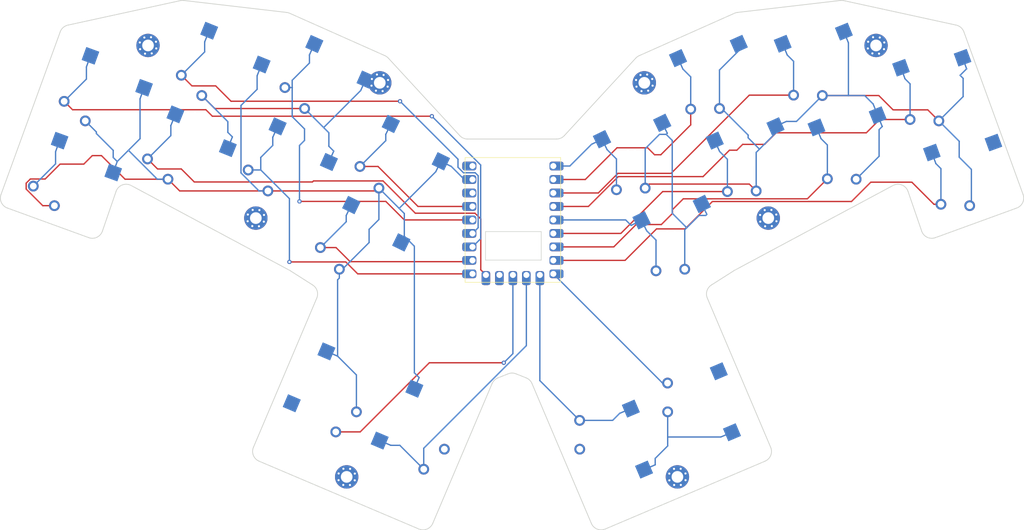
<source format=kicad_pcb>
(kicad_pcb (version 20241229) (generator "pcbnew") (generator_version "9.0")
  (title_block (title "chouchou_mini_choc") (rev "v1.0.0") (company "Unknown"))
  (layers (0 "F.Cu" signal) (2 "B.Cu" signal) (13 "F.Paste" user) (15 "B.Paste" user) (5 "F.SilkS" user "F.Silkscreen") (7 "B.SilkS" user "B.Silkscreen") (1 "F.Mask" user) (3 "B.Mask" user) (25 "Edge.Cuts" user))
  (net 0 "")
  (net 1 "GP12")
  (net 2 "GND")
  (net 3 "GP26")
  (net 4 "GP13")
  (net 5 "GP27")
  (net 6 "GP14")
  (net 7 "GP28")
  (net 8 "GP15")
  (net 9 "GP29")
  (net 10 "GP11")
  (net 11 "GP10")
  (net 12 "GP7")
  (net 13 "GP3")
  (net 14 "GP6")
  (net 15 "GP2")
  (net 16 "GP5")
  (net 17 "GP1")
  (net 18 "GP4")
  (net 19 "GP0")
  (net 20 "GP8")
  (net 21 "GP9")
  (net 22 "P5V")
  (net 23 "P3V3")
  (footprint "PG1350" (layer "F.Cu") (at 183.4349 131.6878 22)
    (property "Reference" "S13" (hide yes))
    (property "Value" "" (hide yes))
  )
  (footprint "PG1350" (layer "F.Cu") (at 58.1851 131.6878 158)
    (property "Reference" "S23" (hide yes))
    (property "Value" "" (hide yes))
  )
  (footprint "PG1350" (layer "F.Cu") (at 42.4169 120.6278 160)
    (property "Reference" "S22" (hide yes))
    (property "Value" "" (hide yes))
  )
  (footprint "PG1350" (layer "F.Cu") (at 84.1255 118.4518 -24)
    (property "Reference" "S6" (hide yes))
    (property "Value" "" (hide yes))
  )
  (footprint "PG1350" (layer "F.Cu") (at 77.211 133.9821 -24)
    (property "Reference" "S5" (hide yes))
    (property "Value" "" (hide yes))
  )
  (footprint "PG1350" (layer "F.Cu") (at 36.6025 136.6025 160)
    (property "Reference" "S21" (hide yes))
    (property "Value" "" (hide yes))
  )
  (footprint "PG1350" (layer "F.Cu") (at 177.0666 115.9257 -158)
    (property "Reference" "S34" (hide yes))
    (property "Value" "" (hide yes))
  )
  (footprint "PG1350" (layer "F.Cu") (at 86.0563 178.6869 67)
    (property "Reference" "S9" (hide yes))
    (property "Value" "" (hide yes))
  )
  (footprint "PG1350" (layer "F.Cu") (at 90.8577 148.8151 -26)
    (property "Reference" "S7" (hide yes))
    (property "Value" "" (hide yes))
  )
  (footprint "PG1350" (layer "F.Cu") (at 205.0175 136.6025 20)
    (property "Reference" "S11" (hide yes))
    (property "Value" "" (hide yes))
  )
  (footprint "PG1350" (layer "F.Cu") (at 102.6253 185.7201 67)
    (property "Reference" "S10" (hide yes))
    (property "Value" "" (hide yes))
  )
  (footprint "PG1350" (layer "F.Cu") (at 157.4945 118.4518 24)
    (property "Reference" "S16" (hide yes))
    (property "Value" "" (hide yes))
  )
  (footprint "PG1350" (layer "F.Cu") (at 143.31 133.5356 26)
    (property "Reference" "S18" (hide yes))
    (property "Value" "" (hide yes))
  )
  (footprint "PG1350" (layer "F.Cu") (at 77.211 133.9821 156)
    (property "Reference" "S25" (hide yes))
    (property "Value" "" (hide yes))
  )
  (footprint "PG1350" (layer "F.Cu") (at 164.409 133.9821 -156)
    (property "Reference" "S35" (hide yes))
    (property "Value" "" (hide yes))
  )
  (footprint "PG1350" (layer "F.Cu") (at 98.31 133.5356 -26)
    (property "Reference" "S8" (hide yes))
    (property "Value" "" (hide yes))
  )
  (footprint "PG1350" (layer "F.Cu") (at 143.31 133.5356 -154)
    (property "Reference" "S38" (hide yes))
    (property "Value" "" (hide yes))
  )
  (footprint "PG1350" (layer "F.Cu") (at 84.1255 118.4518 156)
    (property "Reference" "S26" (hide yes))
    (property "Value" "" (hide yes))
  )
  (footprint "PG1350" (layer "F.Cu") (at 155.5638 178.6869 -67)
    (property "Reference" "S19" (hide yes))
    (property "Value" "" (hide yes))
  )
  (footprint "PG1350" (layer "F.Cu") (at 199.2031 120.6278 20)
    (property "Reference" "S12" (hide yes))
    (property "Value" "" (hide yes))
  )
  (footprint "PG1350" (layer "F.Cu") (at 155.5638 178.6869 113)
    (property "Reference" "S39" (hide yes))
    (property "Value" "" (hide yes))
  )
  (footprint "PG1350" (layer "F.Cu") (at 98.31 133.5356 154)
    (property "Reference" "S28" (hide yes))
    (property "Value" "" (hide yes))
  )
  (footprint "PG1350" (layer "F.Cu") (at 42.4169 120.6278 -20)
    (property "Reference" "S2" (hide yes))
    (property "Value" "" (hide yes))
  )
  (footprint "PG1350" (layer "F.Cu") (at 138.9947 185.7201 113)
    (property "Reference" "S40" (hide yes))
    (property "Value" "" (hide yes))
  )
  (footprint "PG1350" (layer "F.Cu") (at 157.4945 118.4518 -156)
    (property "Reference" "S36" (hide yes))
    (property "Value" "" (hide yes))
  )
  (footprint "PG1350" (layer "F.Cu") (at 150.7623 148.8151 26)
    (property "Reference" "S17" (hide yes))
    (property "Value" "" (hide yes))
  )
  (footprint "MountingHole_2.2mm_M2_Pad_Via" (layer "F.Cu") (at 145.7342 119.002 26)
    (property "Reference" "_6" (hide yes))
    (property "Value" "")
  )
  (footprint "MountingHole_2.2mm_M2_Pad_Via" (layer "F.Cu") (at 189.3968 111.9589 20)
    (property "Reference" "_2" (hide yes))
    (property "Value" "")
  )
  (footprint "PG1350" (layer "F.Cu") (at 150.7623 148.8151 -154)
    (property "Reference" "S37" (hide yes))
    (property "Value" "" (hide yes))
  )
  (footprint "PG1350" (layer "F.Cu") (at 138.9947 185.7201 -67)
    (property "Reference" "S20" (hide yes))
    (property "Value" "" (hide yes))
  )
  (footprint "MountingHole_2.2mm_M2_Pad_Via" (layer "F.Cu") (at 95.8858 119.002 -26)
    (property "Reference" "_5" (hide yes))
    (property "Value" "")
  )
  (footprint "MountingHole_2.2mm_M2_Pad_Via" (layer "F.Cu") (at 72.5335 144.4879 -24)
    (property "Reference" "_3" (hide yes))
    (property "Value" "")
  )
  (footprint "PG1350" (layer "F.Cu") (at 58.1851 131.6878 -22)
    (property "Reference" "S3" (hide yes))
    (property "Value" "" (hide yes))
  )
  (footprint "PG1350" (layer "F.Cu") (at 86.0563 178.6869 -113)
    (property "Reference" "S29" (hide yes))
    (property "Value" "" (hide yes))
  )
  (footprint "MountingHole_2.2mm_M2_Pad_Via" (layer "F.Cu") (at 89.652 193.2495 67)
    (property "Reference" "_7" (hide yes))
    (property "Value" "")
  )
  (footprint "RP2040-Zero" (layer "F.Cu") (at 110.81 157.5356)
    (property "Reference" "RP2040Zero1")
    (property "Value" "")
    (fp_line (start 5 -5.13) (end 5 -10.5) (stroke (width 0.12)) (layer "Edge.Cuts"))
    (fp_line (start 5 -5.13) (end 15.5 -5.13) (stroke (width 0.12)) (layer "Edge.Cuts"))
    (fp_line (start 15.5 -10.5) (end 5 -10.5) (stroke (width 0.12)) (layer "Edge.Cuts"))
    (fp_line (start 15.5 -10.5) (end 15.5 -5.13) (stroke (width 0.12)) (layer "Edge.Cuts"))
  )
  (footprint "PG1350" (layer "F.Cu") (at 164.409 133.9821 24)
    (property "Reference" "S15" (hide yes))
    (property "Value" "" (hide yes))
  )
  (footprint "PG1350" (layer "F.Cu") (at 205.0175 136.6025 -160)
    (property "Reference" "S31" (hide yes))
    (property "Value" "" (hide yes))
  )
  (footprint "PG1350" (layer "F.Cu") (at 64.5534 115.9257 -22)
    (property "Reference" "S4" (hide yes))
    (property "Value" "" (hide yes))
  )
  (footprint "PG1350" (layer "F.Cu") (at 177.0666 115.9257 22)
    (property "Reference" "S14" (hide yes))
    (property "Value" "" (hide yes))
  )
  (footprint "PG1350" (layer "F.Cu") (at 183.4349 131.6878 -158)
    (property "Reference" "S33" (hide yes))
    (property "Value" "" (hide yes))
  )
  (footprint "PG1350" (layer "F.Cu") (at 90.8577 148.8151 154)
    (property "Reference" "S27" (hide yes))
    (property "Value" "" (hide yes))
  )
  (footprint "MountingHole_2.2mm_M2_Pad_Via" (layer "F.Cu") (at 151.968 193.2495 -67)
    (property "Reference" "_8" (hide yes))
    (property "Value" "")
  )
  (footprint "PG1350" (layer "F.Cu") (at 102.6253 185.7201 -113)
    (property "Reference" "S30" (hide yes))
    (property "Value" "" (hide yes))
  )
  (footprint "PG1350" (layer "F.Cu") (at 199.2031 120.6278 -160)
    (property "Reference" "S32" (hide yes))
    (property "Value" "" (hide yes))
  )
  (footprint "MountingHole_2.2mm_M2_Pad_Via" (layer "F.Cu") (at 169.0865 144.4879 24)
    (property "Reference" "_4" (hide yes))
    (property "Value" "")
  )
  (footprint "PG1350" (layer "F.Cu") (at 64.5534 115.9257 158)
    (property "Reference" "S24" (hide yes))
    (property "Value" "" (hide yes))
  )
  (footprint "PG1350" (layer "F.Cu") (at 36.6025 136.6025 -20)
    (property "Reference" "S1" (hide yes))
    (property "Value" "" (hide yes))
  )
  (footprint "MountingHole_2.2mm_M2_Pad_Via" (layer "F.Cu") (at 52.2232 111.9589 -20)
    (property "Reference" "_1" (hide yes))
    (property "Value" "")
  )
  (gr_arc (start 217.092694 140.029226) (mid 217.025924 141.558503) (end 215.897348 142.592652) (stroke (width 0.15)) (layer "Edge.Cuts"))
  (gr_arc (start 96.846693 113.880815) (mid 97.199252 114.082985) (end 97.503663 114.352252) (stroke (width 0.15)) (layer "Edge.Cuts"))
  (gr_line (start 97.503663 114.352252) (end 110.95996 128.947955) (stroke (width 0.15)) (layer "Edge.Cuts"))
  (gr_arc (start 25.722665 142.592651) (mid 24.59409 141.558503) (end 24.52732 140.029226) (stroke (width 0.15)) (layer "Edge.Cuts"))
  (gr_line (start 24.52732 140.029226) (end 35.676491 109.397131) (stroke (width 0.15)) (layer "Edge.Cuts"))
  (gr_arc (start 73.146295 190.289955) (mid 72.07339 189.198159) (end 72.086748 187.667484) (stroke (width 0.15)) (layer "Edge.Cuts"))
  (gr_line (start 157.60415 159.564249) (end 169.533265 187.667484) (stroke (width 0.15)) (layer "Edge.Cuts"))
  (gr_arc (start 117.049802 175.667647) (mid 117.493377 175.018313) (end 118.152994 174.590178) (stroke (width 0.15)) (layer "Edge.Cuts"))
  (gr_line (start 37.130148 108.127007) (end 58.296199 103.515833) (stroke (width 0.15)) (layer "Edge.Cuts"))
  (gr_arc (start 192.584891 138.347043) (mid 194.259616 138.248727) (end 195.420043 139.460246) (stroke (width 0.15)) (layer "Edge.Cuts"))
  (gr_arc (start 130.660053 128.947955) (mid 129.992322 129.424145) (end 129.18961 129.592301) (stroke (width 0.15)) (layer "Edge.Cuts"))
  (gr_arc (start 157.604151 159.564248) (mid 157.535403 158.188795) (end 158.372166 157.094982) (stroke (width 0.15)) (layer "Edge.Cuts"))
  (gr_line (start 78.912245 105.895884) (end 96.846694 113.880815) (stroke (width 0.15)) (layer "Edge.Cuts"))
  (gr_arc (start 83.247848 157.094981) (mid 84.084612 158.188795) (end 84.015863 159.564249) (stroke (width 0.15)) (layer "Edge.Cuts"))
  (gr_line (start 183.323814 103.515833) (end 204.489865 108.127007) (stroke (width 0.15)) (layer "Edge.Cuts"))
  (gr_arc (start 58.296199 103.515833) (mid 58.623214 103.472434) (end 58.952915 103.48338) (stroke (width 0.15)) (layer "Edge.Cuts"))
  (gr_arc (start 43.627947 146.942999) (mid 42.598067 148.097817) (end 41.05252 148.172263) (stroke (width 0.15)) (layer "Edge.Cuts"))
  (gr_line (start 72.086748 187.667484) (end 84.015863 159.564249) (stroke (width 0.15)) (layer "Edge.Cuts"))
  (gr_line (start 215.897348 142.592652) (end 200.567493 148.172263) (stroke (width 0.15)) (layer "Edge.Cuts"))
  (gr_arc (start 78.837822 154.298017) (mid 78.903144 154.334567) (end 78.967052 154.373536) (stroke (width 0.15)) (layer "Edge.Cuts"))
  (gr_line (start 78.837822 154.298017) (end 49.035121 138.347043) (stroke (width 0.15)) (layer "Edge.Cuts"))
  (gr_arc (start 35.676491 109.39713) (mid 36.239939 108.57508) (end 37.130148 108.127007) (stroke (width 0.15)) (layer "Edge.Cuts"))
  (gr_line (start 112.430403 129.592301) (end 129.18961 129.592301) (stroke (width 0.15)) (layer "Edge.Cuts"))
  (gr_line (start 117.049802 175.667647) (end 105.869276 202.007316) (stroke (width 0.15)) (layer "Edge.Cuts"))
  (gr_arc (start 112.430403 129.592301) (mid 111.627691 129.424145) (end 110.95996 128.947955) (stroke (width 0.15)) (layer "Edge.Cuts"))
  (gr_line (start 192.584892 138.347043) (end 162.782191 154.298017) (stroke (width 0.15)) (layer "Edge.Cuts"))
  (gr_arc (start 138.373209 203.066864) (mid 136.842533 203.080222) (end 135.750737 202.007316) (stroke (width 0.15)) (layer "Edge.Cuts"))
  (gr_arc (start 144.116349 114.352253) (mid 144.42076 114.082985) (end 144.773319 113.880815) (stroke (width 0.15)) (layer "Edge.Cuts"))
  (gr_arc (start 162.707768 105.895883) (mid 162.992955 105.794007) (end 163.290254 105.736358) (stroke (width 0.15)) (layer "Edge.Cuts"))
  (gr_line (start 58.952915 103.48338) (end 78.329759 105.736358) (stroke (width 0.15)) (layer "Edge.Cuts"))
  (gr_line (start 162.652961 154.373536) (end 158.372166 157.094982) (stroke (width 0.15)) (layer "Edge.Cuts"))
  (gr_line (start 41.05252 148.172263) (end 25.722665 142.592652) (stroke (width 0.15)) (layer "Edge.Cuts"))
  (gr_line (start 197.992066 146.942998) (end 195.420043 139.460246) (stroke (width 0.15)) (layer "Edge.Cuts"))
  (gr_line (start 73.146295 190.289956) (end 103.246804 203.066864) (stroke (width 0.15)) (layer "Edge.Cuts"))
  (gr_arc (start 162.652961 154.373536) (mid 162.716869 154.334567) (end 162.782191 154.298017) (stroke (width 0.15)) (layer "Edge.Cuts"))
  (gr_line (start 144.773319 113.880815) (end 162.707768 105.895884) (stroke (width 0.15)) (layer "Edge.Cuts"))
  (gr_arc (start 182.667098 103.48338) (mid 182.996799 103.472434) (end 183.323814 103.515833) (stroke (width 0.15)) (layer "Edge.Cuts"))
  (gr_arc (start 123.467019 174.590178) (mid 124.126635 175.018313) (end 124.570211 175.667647) (stroke (width 0.15)) (layer "Edge.Cuts"))
  (gr_line (start 120.072189 173.828442) (end 118.152994 174.590178) (stroke (width 0.15)) (layer "Edge.Cuts"))
  (gr_arc (start 46.19997 139.460247) (mid 47.360397 138.248729) (end 49.035121 138.347043) (stroke (width 0.15)) (layer "Edge.Cuts"))
  (gr_arc (start 105.869276 202.007316) (mid 104.77748 203.080222) (end 103.246804 203.066864) (stroke (width 0.15)) (layer "Edge.Cuts"))
  (gr_line (start 46.19997 139.460246) (end 43.627947 146.942998) (stroke (width 0.15)) (layer "Edge.Cuts"))
  (gr_line (start 130.660053 128.947955) (end 144.11635 114.352252) (stroke (width 0.15)) (layer "Edge.Cuts"))
  (gr_arc (start 78.329759 105.736359) (mid 78.627058 105.794008) (end 78.912245 105.895884) (stroke (width 0.15)) (layer "Edge.Cuts"))
  (gr_line (start 123.467019 174.590178) (end 121.547824 173.828442) (stroke (width 0.15)) (layer "Edge.Cuts"))
  (gr_arc (start 120.072189 173.828442) (mid 120.810006 173.687373) (end 121.547824 173.828442) (stroke (width 0.15)) (layer "Edge.Cuts"))
  (gr_line (start 205.943522 109.397131) (end 217.092693 140.029226) (stroke (width 0.15)) (layer "Edge.Cuts"))
  (gr_line (start 163.290254 105.736358) (end 182.667098 103.48338) (stroke (width 0.15)) (layer "Edge.Cuts"))
  (gr_line (start 135.750737 202.007316) (end 124.570211 175.667647) (stroke (width 0.15)) (layer "Edge.Cuts"))
  (gr_line (start 138.373209 203.066864) (end 168.473718 190.289956) (stroke (width 0.15)) (layer "Edge.Cuts"))
  (gr_arc (start 204.489865 108.127008) (mid 205.380074 108.575081) (end 205.943522 109.397131) (stroke (width 0.15)) (layer "Edge.Cuts"))
  (gr_line (start 83.247847 157.094982) (end 78.967052 154.373536) (stroke (width 0.15)) (layer "Edge.Cuts"))
  (gr_arc (start 169.533266 187.667484) (mid 169.546624 189.19816) (end 168.473718 190.289956) (stroke (width 0.15)) (layer "Edge.Cuts"))
  (gr_arc (start 200.567492 148.172263) (mid 199.021945 148.097817) (end 197.992066 146.942998) (stroke (width 0.15)) (layer "Edge.Cuts"))
  (segment (start 30.6044 138.4632) (end 34.8012 134.2664) (width 0.25) (layer "B.Cu") (net 1))
  (segment (start 35.56 129.8912) (end 34.8012 131.9762) (width 0.25) (layer "B.Cu") (net 1))
  (segment (start 34.8012 134.2664) (end 34.8012 131.9762) (width 0.25) (layer "B.Cu") (net 1))
  (segment (start 192.6087 124.0959) (end 189.9089 121.3961) (width 0.25) (layer "F.Cu") (net 2))
  (segment (start 146.6592 138.0757) (end 165.5124 138.0757) (width 0.25) (layer "F.Cu") (net 2))
  (segment (start 30.0482 137.1205) (end 32.8442 137.1205) (width 0.25) (layer "F.Cu") (net 2))
  (segment (start 40.1241 134.3113) (end 41.7233 132.7121) (width 0.25) (layer "F.Cu") (net 2))
  (segment (start 145.8964 138.8385) (end 146.6592 138.0757) (width 0.25) (layer "F.Cu") (net 2))
  (segment (start 34.5846 142.1467) (end 32.389 142.1467) (width 0.25) (layer "F.Cu") (net 2))
  (segment (start 35.6534 134.3113) (end 40.1241 134.3113) (width 0.25) (layer "F.Cu") (net 2))
  (segment (start 189.9089 121.3961) (end 179.2768 121.3961) (width 0.25) (layer "F.Cu") (net 2))
  (segment (start 95.1901 139.372) (end 95.7236 138.8385) (width 0.25) (layer "F.Cu") (net 2))
  (segment (start 81.7258 123.8417) (end 64.7888 123.8417) (width 0.25) (layer "F.Cu") (net 2))
  (segment (start 58.1887 139.372) (end 55.9749 137.1582) (width 0.25) (layer "F.Cu") (net 2))
  (segment (start 32.389 142.1467) (end 29.2617 139.0194) (width 0.25) (layer "F.Cu") (net 2))
  (segment (start 29.2617 139.0194) (end 29.2617 137.907) (width 0.25) (layer "F.Cu") (net 2))
  (segment (start 43.4438 132.7121) (end 47.8899 137.1582) (width 0.25) (layer "F.Cu") (net 2))
  (segment (start 201.221 126.172) (end 199.1449 124.0959) (width 0.25) (layer "F.Cu") (net 2))
  (segment (start 41.7233 132.7121) (end 43.4438 132.7121) (width 0.25) (layer "F.Cu") (net 2))
  (segment (start 64.7888 123.8417) (end 62.3432 121.3961) (width 0.25) (layer "F.Cu") (net 2))
  (segment (start 199.1449 124.0959) (end 192.6087 124.0959) (width 0.25) (layer "F.Cu") (net 2))
  (segment (start 32.8442 137.1205) (end 35.6534 134.3113) (width 0.25) (layer "F.Cu") (net 2))
  (segment (start 29.2617 137.907) (end 30.0482 137.1205) (width 0.25) (layer "F.Cu") (net 2))
  (segment (start 47.8899 137.1582) (end 55.9749 137.1582) (width 0.25) (layer "F.Cu") (net 2))
  (segment (start 74.8113 139.372) (end 95.1901 139.372) (width 0.25) (layer "F.Cu") (net 2))
  (segment (start 74.8113 139.372) (end 58.1887 139.372) (width 0.25) (layer "F.Cu") (net 2))
  (segment (start 165.5124 138.0757) (end 166.8087 139.372) (width 0.25) (layer "F.Cu") (net 2))
  (segment (start 184.1899 121.3961) (end 179.2768 121.3961) (width 0.25) (layer "B.Cu") (net 2))
  (segment (start 102.4067 176.6377) (end 103.2991 174.5353) (width 0.25) (layer "B.Cu") (net 2))
  (segment (start 48.5673 131.752) (end 53.9735 137.1582) (width 0.25) (layer "B.Cu") (net 2))
  (segment (start 111.8212 137.2156) (end 113.35 137.2156) (width 0.25) (layer "B.Cu") (net 2))
  (segment (start 189.9662 132.8371) (end 185.6451 137.1582) (width 0.25) (layer "B.Cu") (net 2))
  (segment (start 184.1899 121.3961) (end 184.1899 111.4666) (width 0.25) (layer "B.Cu") (net 2))
  (segment (start 157.3049 143.9923) (end 156.0451 143.9923) (width 0.25) (layer "B.Cu") (net 2))
  (segment (start 149.8526 128.7128) (end 150.9905 129.8507) (width 0.25) (layer "B.Cu") (net 2))
  (segment (start 81.7258 123.8417) (end 85.3136 127.4295) (width 0.25) (layer "B.Cu") (net 2))
  (segment (start 67.2623 126.3152) (end 67.2623 128.3375) (width 0.25) (layer "B.Cu") (net 2))
  (segment (start 46.4199 133.8238) (end 46.4198 133.8238) (width 0.25) (layer "B.Cu") (net 2))
  (segment (start 188.8471 122.9933) (end 187.2499 121.3961) (width 0.25) (layer "B.Cu") (net 2))
  (segment (start 159.8942 116.5863) (end 159.8942 123.8417) (width 0.25) (layer "B.Cu") (net 2))
  (segment (start 67.2623 131.3107) (end 68.1179 129.193) (width 0.25) (layer "B.Cu") (net 2))
  (segment (start 95.7236 144.7526) (end 95.7236 138.8385) (width 0.25) (layer "B.Cu") (net 2))
  (segment (start 147.7823 190.9796) (end 147.7823 189.7696) (width 0.25) (layer "B.Cu") (net 2))
  (segment (start 187.2499 121.3961) (end 184.1899 121.3961) (width 0.25) (layer "B.Cu") (net 2))
  (segment (start 170.4433 128.482) (end 167.4279 131.4974) (width 0.25) (layer "B.Cu") (net 2))
  (segment (start 189.7026 125.111) (end 188.847 122.9933) (width 0.25) (layer "B.Cu") (net 2))
  (segment (start 165.2899 128.837) (end 165.2899 129.3595) (width 0.25) (layer "B.Cu") (net 2))
  (segment (start 183.3343 109.3489) (end 184.1899 111.4666) (width 0.25) (layer "B.Cu") (net 2))
  (segment (start 150.1328 187.4191) (end 150.1328 185.7312) (width 0.25) (layer "B.Cu") (net 2))
  (segment (start 109.357 134.7514) (end 111.8212 137.2156) (width 0.25) (layer "B.Cu") (net 2))
  (segment (start 166.8087 132.1166) (end 166.8087 139.372) (width 0.25) (layer "B.Cu") (net 2))
  (segment (start 205.229 117.5851) (end 206.4553 116.3588) (width 0.25) (layer "B.Cu") (net 2))
  (segment (start 87.9401 170.4969) (end 91.4873 174.0441) (width 0.25) (layer "B.Cu") (net 2))
  (segment (start 201.221 126.172) (end 205.799 121.594) (width 0.25) (layer "B.Cu") (net 2))
  (segment (start 156.0451 143.9923) (end 153.7279 146.3095) (width 0.25) (layer "B.Cu") (net 2))
  (segment (start 167.4279 131.4974) (end 166.8087 132.1166) (width 0.25) (layer "B.Cu") (net 2))
  (segment (start 206.4553 116.3588) (end 206.4554 116.3588) (width 0.25) (layer "B.Cu") (net 2))
  (segment (start 67.2623 128.3375) (end 68.1178 129.193) (width 0.25) (layer "B.Cu") (net 2))
  (segment (start 190.5581 127.2287) (end 189.9662 127.8206) (width 0.25) (layer "B.Cu") (net 2))
  (segment (start 91.4873 174.0441) (end 91.4873 180.9922) (width 0.25) (layer "B.Cu") (net 2))
  (segment (start 150.9905 129.8507) (end 150.9905 143.5721) (width 0.25) (layer "B.Cu") (net 2))
  (segment (start 205.6965 114.2737) (end 206.4554 116.3588) (width 0.25) (layer "B.Cu") (net 2))
  (segment (start 99.538 142.6528) (end 100.5122 143.6271) (width 0.25) (layer "B.Cu") (net 2))
  (segment (start 156.5559 141.8171) (end 157.5146 143.7826) (width 0.25) (layer "B.Cu") (net 2))
  (segment (start 99.538 142.6528) (end 106.4327 135.7581) (width 0.25) (layer "B.Cu") (net 2))
  (segment (start 88.2713 155.7827) (end 87.9401 156.1139) (width 0.25) (layer "B.Cu") (net 2))
  (segment (start 170.4433 127.1906) (end 170.4433 128.482) (width 0.25) (layer "B.Cu") (net 2))
  (segment (start 86.2959 128.4118) (end 86.2959 130.95) (width 0.25) (layer "B.Cu") (net 2))
  (segment (start 45.661 131.7252) (end 42.4941 128.5583) (width 0.25) (layer "B.Cu") (net 2))
  (segment (start 150.9905 143.5721) (end 153.7279 146.3095) (width 0.25) (layer "B.Cu") (net 2))
  (segment (start 87.9401 156.1139) (end 87.9401 170.4968) (width 0.25) (layer "B.Cu") (net 2))
  (segment (start 145.6799 191.872) (end 147.7823 190.9796) (width 0.25) (layer "B.Cu") (net 2))
  (segment (start 93.8747 149.0983) (end 93.8747 146.6015) (width 0.25) (layer "B.Cu") (net 2))
  (segment (start 189.9662 127.8206) (end 189.9662 132.8371) (width 0.25) (layer "B.Cu") (net 2))
  (segment (start 45.661 133.065) (end 45.661 131.7252) (width 0.25) (layer "B.Cu") (net 2))
  (segment (start 102.4067 173.6429) (end 102.4067 149.7917) (width 0.25) (layer "B.Cu") (net 2))
  (segment (start 205.799 118.1552) (end 205.229 117.5851) (width 0.25) (layer "B.Cu") (net 2))
  (segment (start 205.0592 133.0138) (end 205.0592 130.0102) (width 0.25) (layer "B.Cu") (net 2))
  (segment (start 68.1178 129.193) (end 68.1179 129.193) (width 0.25) (layer "B.Cu") (net 2))
  (segment (start 69.739 123.2597) (end 69.739 135.9782) (width 0.25) (layer "B.Cu") (net 2))
  (segment (start 48.5673 131.752) (end 48.4917 131.752) (width 0.25) (layer "B.Cu") (net 2))
  (segment (start 205.799 121.594) (end 205.799 118.1552) (width 0.25) (layer "B.Cu") (net 2))
  (segment (start 92.2948 120.4483) (end 85.3136 127.4295) (width 0.25) (layer "B.Cu") (net 2))
  (segment (start 207.0354 142.1467) (end 207.3587 141.8234) (width 0.25) (layer "B.Cu") (net 2))
  (segment (start 174.3979 126.275) (end 179.2768 121.3961) (width 0.25) (layer "B.Cu") (net 2))
  (segment (start 149.1036 126.5376) (end 150.0623 128.5031) (width 0.25) (layer "B.Cu") (net 2))
  (segment (start 100.5122 143.6271) (end 100.5122 147.8972) (width 0.25) (layer "B.Cu") (net 2))
  (segment (start 149.8526 128.7128) (end 148.5928 128.7128) (width 0.25) (layer "B.Cu") (net 2))
  (segment (start 42.4941 128.2671) (end 40.399 126.172) (width 0.25) (layer "B.Cu") (net 2))
  (segment (start 73.1328 139.372) (end 74.8113 139.372) (width 0.25) (layer "B.Cu") (net 2))
  (segment (start 160.2946 123.8417) (end 165.2899 128.837) (width 0.25) (layer "B.Cu") (net 2))
  (segment (start 95.7236 138.8385) (end 99.538 142.6528) (width 0.25) (layer "B.Cu") (net 2))
  (segment (start 53.9735 137.1582) (end 55.9749 137.1582) (width 0.25) (layer "B.Cu") (net 2))
  (segment (start 102.4067 149.7917) (end 100.5122 147.8972) (width 0.25) (layer "B.Cu") (net 2))
  (segment (start 153.3487 146.6887) (end 153.3487 154.118) (width 0.25) (layer "B.Cu") (net 2))
  (segment (start 107.3914 133.7926) (end 106.4327 135.7581) (width 0.25) (layer "B.Cu") (net 2))
  (segment (start 51.4754 119.9342) (end 50.7166 122.0192) (width 0.25) (layer "B.Cu") (net 2))
  (segment (start 150.1328 185.7312) (end 150.1328 180.9922) (width 0.25) (layer "B.Cu") (net 2))
  (segment (start 153.7279 146.3095) (end 153.3487 146.6887) (width 0.25) (layer "B.Cu") (net 2))
  (segment (start 159.8942 123.8417) (end 160.2946 123.8417) (width 0.25) (layer "B.Cu") (net 2))
  (segment (start 145.8964 131.4092) (end 145.8964 138.8385) (width 0.25) (layer "B.Cu") (net 2))
  (segment (start 42.4941 128.5583) (end 42.4941 128.2671) (width 0.25) (layer "B.Cu") (net 2))
  (segment (start 207.3587 135.3133) (end 205.0592 133.0138) (width 0.25) (layer "B.Cu") (net 2))
  (segment (start 207.3587 141.8234) (end 207.3587 135.3133) (width 0.25) (layer "B.Cu") (net 2))
  (segment (start 189.7026 125.111) (end 190.5582 127.2287) (width 0.25) (layer "B.Cu") (net 2))
  (segment (start 72.775 117.6664) (end 72.775 120.2237) (width 0.25) (layer "B.Cu") (net 2))
  (segment (start 165.2899 129.3595) (end 167.4279 131.4974) (width 0.25) (layer "B.Cu") (net 2))
  (segment (start 86.2959 133.9221) (end 87.2115 131.8656) (width 0.25) (layer "B.Cu") (net 2))
  (segment (start 188.847 122.9933) (end 188.8471 122.9933) (width 0.25) (layer "B.Cu") (net 2))
  (segment (start 163.5288 112.9517) (end 159.8942 116.5863) (width 0.25) (layer "B.Cu") (net 2))
  (segment (start 148.5928 128.7128) (end 145.8964 131.4092) (width 0.25) (layer "B.Cu") (net 2))
  (segment (start 93.2104 118.3918) (end 92.2948 120.4483) (width 0.25) (layer "B.Cu") (net 2))
  (segment (start 88.855 154.118) (end 93.8747 149.0983) (width 0.25) (layer "B.Cu") (net 2))
  (segment (start 190.5582 127.2287) (end 190.5581 127.2287) (width 0.25) (layer "B.Cu") (net 2))
  (segment (start 163.5288 111.6603) (end 163.5288 112.9517) (width 0.25) (layer "B.Cu") (net 2))
  (segment (start 150.0623 128.5031) (end 149.8526 128.7128) (width 0.25) (layer "B.Cu") (net 2))
  (segment (start 48.5673 131.6764) (end 48.5673 131.752) (width 0.25) (layer "B.Cu") (net 2))
  (segment (start 69.739 135.9782) (end 73.1328 139.372) (width 0.25) (layer "B.Cu") (net 2))
  (segment (start 172.4999 126.275) (end 174.3979 126.275) (width 0.25) (layer "B.Cu") (net 2))
  (segment (start 170.4433 127.1906) (end 172.4999 126.275) (width 0.25) (layer "B.Cu") (net 2))
  (segment (start 50.7166 129.5271) (end 48.5673 131.6764) (width 0.25) (layer "B.Cu") (net 2))
  (segment (start 72.775 120.2237) (end 69.739 123.2597) (width 0.25) (layer "B.Cu") (net 2))
  (segment (start 93.8747 146.6015) (end 95.7236 144.7526) (width 0.25) (layer "B.Cu") (net 2))
  (segment (start 85.3136 127.4295) (end 86.2959 128.4118) (width 0.25) (layer "B.Cu") (net 2))
  (segment (start 73.6306 115.5486) (end 72.775 117.6664) (width 0.25) (layer "B.Cu") (net 2))
  (segment (start 205.0592 130.0102) (end 201.221 126.172) (width 0.25) (layer "B.Cu") (net 2))
  (segment (start 46.4198 133.8238) (end 45.661 133.065) (width 0.25) (layer "B.Cu") (net 2))
  (segment (start 88.2713 154.118) (end 88.855 154.118) (width 0.25) (layer "B.Cu") (net 2))
  (segment (start 160.1466 185.7312) (end 150.1328 185.7312) (width 0.25) (layer "B.Cu") (net 2))
  (segment (start 50.7166 122.0192) (end 50.7166 129.5271) (width 0.25) (layer "B.Cu") (net 2))
  (segment (start 86.2959 130.95) (end 87.2115 131.8656) (width 0.25) (layer "B.Cu") (net 2))
  (segment (start 157.5146 143.7826) (end 157.3049 143.9923) (width 0.25) (layer "B.Cu") (net 2))
  (segment (start 147.7823 189.7696) (end 150.1328 187.4191) (width 0.25) (layer "B.Cu") (net 2))
  (segment (start 107.3914 133.7926) (end 109.357 134.7514) (width 0.25) (layer "B.Cu") (net 2))
  (segment (start 99.9391 149.0721) (end 100.5122 147.8972) (width 0.25) (layer "B.Cu") (net 2))
  (segment (start 103.2991 174.5353) (end 102.4067 173.6429) (width 0.25) (layer "B.Cu") (net 2))
  (segment (start 87.9401 170.4968) (end 87.9401 170.4969) (width 0.25) (layer "B.Cu") (net 2))
  (segment (start 48.4917 131.752) (end 46.4199 133.8238) (width 0.25) (layer "B.Cu") (net 2))
  (segment (start 88.2713 154.118) (end 88.2713 155.7827) (width 0.25) (layer "B.Cu") (net 2))
  (segment (start 62.3432 121.3961) (end 67.2623 126.3152) (width 0.25) (layer "B.Cu") (net 2))
  (segment (start 162.249 184.8388) (end 160.1466 185.7312) (width 0.25) (layer "B.Cu") (net 2))
  (segment (start 45.661 135.9089) (end 46.4199 133.8238) (width 0.25) (layer "B.Cu") (net 2))
  (segment (start 85.8377 169.6045) (end 87.9401 170.4968) (width 0.25) (layer "B.Cu") (net 2))
  (segment (start 64.3425 125.2921) (end 105.7036 125.2921) (width 0.25) (layer "F.Cu") (net 3))
  (segment (start 38.0014 124.0711) (end 63.1215 124.0711) (width 0.25) (layer "F.Cu") (net 3))
  (segment (start 63.1215 124.0711) (end 64.3425 125.2921) (width 0.25) (layer "F.Cu") (net 3))
  (segment (start 36.4188 122.4885) (end 38.0014 124.0711) (width 0.25) (layer "F.Cu") (net 3))
  (via (at 105.7036 125.2921) (size 0.8) (drill 0.4) (layers "F.Cu" "B.Cu") (net 3))
  (segment (start 40.6156 118.2917) (end 40.6156 116.0015) (width 0.25) (layer "B.Cu") (net 3))
  (segment (start 114.8935 148.3721) (end 113.35 149.9156) (width 0.25) (layer "B.Cu") (net 3))
  (segment (start 41.3744 113.9165) (end 40.6156 116.0015) (width 0.25) (layer "B.Cu") (net 3))
  (segment (start 36.4188 122.4885) (end 40.6156 118.2917) (width 0.25) (layer "B.Cu") (net 3))
  (segment (start 114.8935 134.482) (end 114.8935 148.3721) (width 0.25) (layer "B.Cu") (net 3))
  (segment (start 105.7036 125.2921) (end 114.8935 134.482) (width 0.25) (layer "B.Cu") (net 3))
  (segment (start 60.9416 137.6824) (end 58.4883 135.2291) (width 0.25) (layer "F.Cu") (net 4))
  (segment (start 115.89 155.2056) (end 114.9177 154.2333) (width 0.25) (layer "F.Cu") (net 4))
  (segment (start 83.4003 137.4848) (end 83.2027 137.6824) (width 0.25) (layer "F.Cu") (net 4))
  (segment (start 54.0167 135.2291) (end 52.1257 133.3381) (width 0.25) (layer "F.Cu") (net 4))
  (segment (start 114.9177 154.2333) (end 114.9177 144.6574) (width 0.25) (layer "F.Cu") (net 4))
  (segment (start 113.8259 143.5656) (end 102.5841 143.5656) (width 0.25) (layer "F.Cu") (net 4))
  (segment (start 83.2027 137.6824) (end 60.9416 137.6824) (width 0.25) (layer "F.Cu") (net 4))
  (segment (start 96.5033 137.4848) (end 83.4003 137.4848) (width 0.25) (layer "F.Cu") (net 4))
  (segment (start 102.5841 143.5656) (end 96.5033 137.4848) (width 0.25) (layer "F.Cu") (net 4))
  (segment (start 58.4883 135.2291) (end 54.0167 135.2291) (width 0.25) (layer "F.Cu") (net 4))
  (segment (start 114.9177 144.6574) (end 113.8259 143.5656) (width 0.25) (layer "F.Cu") (net 4))
  (segment (start 52.1257 133.3381) (end 56.522 128.9418) (width 0.25) (layer "B.Cu") (net 4))
  (segment (start 57.3775 124.9442) (end 56.5219 127.0619) (width 0.25) (layer "B.Cu") (net 4))
  (segment (start 56.522 127.0619) (end 56.5219 127.0619) (width 0.25) (layer "B.Cu") (net 4))
  (segment (start 56.522 128.9418) (end 56.522 127.0619) (width 0.25) (layer "B.Cu") (net 4))
  (segment (start 99.7068 122.4704) (end 67.86 122.4704) (width 0.25) (layer "F.Cu") (net 5))
  (segment (start 67.86 122.4704) (end 64.9685 119.5789) (width 0.25) (layer "F.Cu") (net 5))
  (segment (start 60.4969 119.5789) (end 58.494 117.576) (width 0.25) (layer "F.Cu") (net 5))
  (segment (start 64.9685 119.5789) (end 60.4969 119.5789) (width 0.25) (layer "F.Cu") (net 5))
  (via (at 99.7068 122.4704) (size 0.8) (drill 0.4) (layers "F.Cu" "B.Cu") (net 5))
  (segment (start 111.6606 135.9456) (end 110.6248 134.9098) (width 0.25) (layer "B.Cu") (net 5))
  (segment (start 62.8903 111.2998) (end 62.8902 111.2998) (width 0.25) (layer "B.Cu") (net 5))
  (segment (start 63.7458 109.1821) (end 62.8902 111.2998) (width 0.25) (layer "B.Cu") (net 5))
  (segment (start 114.4213 146.3043) (end 114.4213 136.5018) (width 0.25) (layer "B.Cu") (net 5))
  (segment (start 62.8903 113.1797) (end 62.8903 111.2998) (width 0.25) (layer "B.Cu") (net 5))
  (segment (start 113.35 147.3756) (end 114.4213 146.3043) (width 0.25) (layer "B.Cu") (net 5))
  (segment (start 113.8651 135.9456) (end 111.6606 135.9456) (width 0.25) (layer "B.Cu") (net 5))
  (segment (start 110.6248 133.3884) (end 99.7068 122.4704) (width 0.25) (layer "B.Cu") (net 5))
  (segment (start 114.4213 136.5018) (end 113.8651 135.9456) (width 0.25) (layer "B.Cu") (net 5))
  (segment (start 58.494 117.576) (end 62.8903 113.1797) (width 0.25) (layer "B.Cu") (net 5))
  (segment (start 110.6248 134.9098) (end 110.6248 133.3884) (width 0.25) (layer "B.Cu") (net 5))
  (segment (start 113.35 154.9956) (end 91.7322 154.9956) (width 0.25) (layer "F.Cu") (net 6))
  (segment (start 89.4854 152.7488) (end 78.8656 152.7488) (width 0.25) (layer "F.Cu") (net 6))
  (segment (start 91.7322 154.9956) (end 89.4854 152.7488) (width 0.25) (layer "F.Cu") (net 6))
  (via (at 78.8656 152.7488) (size 0.8) (drill 0.4) (layers "F.Cu" "B.Cu") (net 6))
  (segment (start 75.7237 129.271) (end 75.7237 130.7939) (width 0.25) (layer "B.Cu") (net 6))
  (segment (start 75.7236 129.2709) (end 75.7237 129.271) (width 0.25) (layer "B.Cu") (net 6))
  (segment (start 73.4619 133.0557) (end 73.4619 135.4199) (width 0.25) (layer "B.Cu") (net 6))
  (segment (start 78.8656 140.8236) (end 78.8656 152.7488) (width 0.25) (layer "B.Cu") (net 6))
  (segment (start 73.4619 135.4199) (end 71.0977 135.4199) (width 0.25) (layer "B.Cu") (net 6))
  (segment (start 73.4619 135.4199) (end 78.8656 140.8236) (width 0.25) (layer "B.Cu") (net 6))
  (segment (start 76.6392 127.2144) (end 75.7236 129.2709) (width 0.25) (layer "B.Cu") (net 6))
  (segment (start 75.7237 130.7939) (end 73.4619 133.0557) (width 0.25) (layer "B.Cu") (net 6))
  (segment (start 100.514 144.8356) (end 97.0231 141.3447) (width 0.25) (layer "F.Cu") (net 7))
  (segment (start 113.35 144.8356) (end 100.514 144.8356) (width 0.25) (layer "F.Cu") (net 7))
  (segment (start 97.0231 141.3447) (end 80.7607 141.3447) (width 0.25) (layer "F.Cu") (net 7))
  (via (at 80.7607 141.3447) (size 0.8) (drill 0.4) (layers "F.Cu" "B.Cu") (net 7))
  (segment (start 79.3857 125.3641) (end 81.7078 127.6862) (width 0.25) (layer "B.Cu") (net 7))
  (segment (start 82.6382 115.2636) (end 79.3857 118.5161) (width 0.25) (layer "B.Cu") (net 7))
  (segment (start 82.6381 113.7406) (end 82.6382 113.7407) (width 0.25) (layer "B.Cu") (net 7))
  (segment (start 79.3857 119.8896) (end 78.0122 119.8896) (width 0.25) (layer "B.Cu") (net 7))
  (segment (start 79.3857 118.5161) (end 79.3857 119.8896) (width 0.25) (layer "B.Cu") (net 7))
  (segment (start 81.7078 129.855) (end 80.7607 130.8021) (width 0.25) (layer "B.Cu") (net 7))
  (segment (start 79.3857 119.8896) (end 79.3857 125.3641) (width 0.25) (layer "B.Cu") (net 7))
  (segment (start 83.5537 111.6841) (end 82.6381 113.7406) (width 0.25) (layer "B.Cu") (net 7))
  (segment (start 80.7607 130.8021) (end 80.7607 141.3447) (width 0.25) (layer "B.Cu") (net 7))
  (segment (start 82.6382 113.7407) (end 82.6382 115.2636) (width 0.25) (layer "B.Cu") (net 7))
  (segment (start 81.7078 127.6862) (end 81.7078 129.855) (width 0.25) (layer "B.Cu") (net 7))
  (segment (start 87.6393 150.0387) (end 84.6979 150.0387) (width 0.25) (layer "F.Cu") (net 8))
  (segment (start 113.35 152.4556) (end 113.1091 152.6965) (width 0.25) (layer "F.Cu") (net 8))
  (segment (start 113.1091 152.6965) (end 90.2971 152.6965) (width 0.25) (layer "F.Cu") (net 8))
  (segment (start 90.2971 152.6965) (end 87.6393 150.0387) (width 0.25) (layer "F.Cu") (net 8))
  (segment (start 84.6979 150.0387) (end 89.5638 145.1728) (width 0.25) (layer "B.Cu") (net 8))
  (segment (start 90.5225 142.0316) (end 89.5637 143.9972) (width 0.25) (layer "B.Cu") (net 8))
  (segment (start 89.5638 145.1728) (end 89.5638 143.9973) (width 0.25) (layer "B.Cu") (net 8))
  (segment (start 89.5638 143.9973) (end 89.5637 143.9972) (width 0.25) (layer "B.Cu") (net 8))
  (segment (start 95.5535 134.7592) (end 92.1502 134.7592) (width 0.25) (layer "F.Cu") (net 9))
  (segment (start 113.35 142.2956) (end 103.0899 142.2956) (width 0.25) (layer "F.Cu") (net 9))
  (segment (start 103.0899 142.2956) (end 95.5535 134.7592) (width 0.25) (layer "F.Cu") (net 9))
  (segment (start 97.0161 129.8933) (end 97.0161 128.7178) (width 0.25) (layer "B.Cu") (net 9))
  (segment (start 97.9748 126.7521) (end 97.016 128.7177) (width 0.25) (layer "B.Cu") (net 9))
  (segment (start 92.1502 134.7592) (end 97.0161 129.8933) (width 0.25) (layer "B.Cu") (net 9))
  (segment (start 97.0161 128.7178) (end 97.016 128.7177) (width 0.25) (layer "B.Cu") (net 9))
  (segment (start 105.2229 171.748) (end 119.2507 171.748) (width 0.25) (layer "F.Cu") (net 10))
  (segment (start 92.1967 184.7742) (end 105.2229 171.748) (width 0.25) (layer "F.Cu") (net 10))
  (segment (start 87.6006 184.7742) (end 92.1967 184.7742) (width 0.25) (layer "F.Cu") (net 10))
  (via (at 119.2507 171.748) (size 0.8) (drill 0.4) (layers "F.Cu" "B.Cu") (net 10))
  (segment (start 119.2507 171.748) (end 120.97 170.0287) (width 0.25) (layer "B.Cu") (net 10))
  (segment (start 120.97 170.0287) (end 120.97 155.2056) (width 0.25) (layer "B.Cu") (net 10))
  (segment (start 104.1696 191.8074) (end 104.1696 187.8568) (width 0.25) (layer "B.Cu") (net 11))
  (segment (start 104.1696 191.8074) (end 99.6644 187.3022) (width 0.25) (layer "B.Cu") (net 11))
  (segment (start 95.8687 186.4099) (end 97.9711 187.3023) (width 0.25) (layer "B.Cu") (net 11))
  (segment (start 123.51 168.5164) (end 123.51 155.2056) (width 0.25) (layer "B.Cu") (net 11))
  (segment (start 97.9712 187.3022) (end 97.9711 187.3023) (width 0.25) (layer "B.Cu") (net 11))
  (segment (start 104.1696 187.8568) (end 123.51 168.5164) (width 0.25) (layer "B.Cu") (net 11))
  (segment (start 99.6644 187.3022) (end 97.9712 187.3022) (width 0.25) (layer "B.Cu") (net 11))
  (segment (start 188.4074 137.7197) (end 196.1372 137.7197) (width 0.25) (layer "F.Cu") (net 12))
  (segment (start 196.1372 137.7197) (end 200.3009 141.8834) (width 0.25) (layer "F.Cu") (net 12))
  (segment (start 128.59 152.4556) (end 142.1005 152.4556) (width 0.25) (layer "F.Cu") (net 12))
  (segment (start 200.3009 141.8834) (end 201.6187 141.8834) (width 0.25) (layer "F.Cu") (net 12))
  (segment (start 142.1005 152.4556) (end 148.0322 146.5239) (width 0.25) (layer "F.Cu") (net 12))
  (segment (start 153.3975 146.5239) (end 158.5581 141.3633) (width 0.25) (layer "F.Cu") (net 12))
  (segment (start 158.5581 141.3633) (end 184.7638 141.3633) (width 0.25) (layer "F.Cu") (net 12))
  (segment (start 184.7638 141.3633) (end 188.4074 137.7197) (width 0.25) (layer "F.Cu") (net 12))
  (segment (start 148.0322 146.5239) (end 153.3975 146.5239) (width 0.25) (layer "F.Cu") (net 12))
  (segment (start 201.6187 141.8834) (end 201.6187 135.1713) (width 0.25) (layer "B.Cu") (net 12))
  (segment (start 199.905 132.1314) (end 200.6639 134.2165) (width 0.25) (layer "B.Cu") (net 12))
  (segment (start 201.6187 135.1713) (end 200.6639 134.2165) (width 0.25) (layer "B.Cu") (net 12))
  (segment (start 163.1683 131.6924) (end 164.2614 130.5993) (width 0.25) (layer "F.Cu") (net 13))
  (segment (start 164.2614 130.5993) (end 168.3931 130.5993) (width 0.25) (layer "F.Cu") (net 13))
  (segment (start 168.3931 130.5993) (end 170.5779 128.4145) (width 0.25) (layer "F.Cu") (net 13))
  (segment (start 170.5779 128.4145) (end 187.5675 128.4145) (width 0.25) (layer "F.Cu") (net 13))
  (segment (start 128.59 142.2956) (end 135.1957 142.2956) (width 0.25) (layer "F.Cu") (net 13))
  (segment (start 140.8195 136.6718) (end 156.7984 136.6718) (width 0.25) (layer "F.Cu") (net 13))
  (segment (start 187.5675 128.4145) (end 190.0733 125.9087) (width 0.25) (layer "F.Cu") (net 13))
  (segment (start 135.1957 142.2956) (end 140.8195 136.6718) (width 0.25) (layer "F.Cu") (net 13))
  (segment (start 156.7984 136.6718) (end 161.7778 131.6924) (width 0.25) (layer "F.Cu") (net 13))
  (segment (start 190.0733 125.9087) (end 195.8043 125.9087) (width 0.25) (layer "F.Cu") (net 13))
  (segment (start 161.7778 131.6924) (end 163.1683 131.6924) (width 0.25) (layer "F.Cu") (net 13))
  (segment (start 195.8043 125.9087) (end 195.8043 119.1966) (width 0.25) (layer "B.Cu") (net 13))
  (segment (start 195.8043 119.1966) (end 194.8495 118.2418) (width 0.25) (layer "B.Cu") (net 13))
  (segment (start 194.0906 116.1567) (end 194.8495 118.2418) (width 0.25) (layer "B.Cu") (net 13))
  (segment (start 144.1874 145.702) (end 139.9738 149.9156) (width 0.25) (layer "F.Cu") (net 14))
  (segment (start 139.9738 149.9156) (end 128.59 149.9156) (width 0.25) (layer "F.Cu") (net 14))
  (segment (start 153.0731 140.8552) (end 151.0425 142.8858) (width 0.25) (layer "F.Cu") (net 14))
  (segment (start 180.2225 137.0841) (end 176.4514 140.8552) (width 0.25) (layer "F.Cu") (net 14))
  (segment (start 151.0425 143.5999) (end 148.9404 145.702) (width 0.25) (layer "F.Cu") (net 14))
  (segment (start 176.4514 140.8552) (end 153.0731 140.8552) (width 0.25) (layer "F.Cu") (net 14))
  (segment (start 151.0425 142.8858) (end 151.0425 143.5999) (width 0.25) (layer "F.Cu") (net 14))
  (segment (start 148.9404 145.702) (end 144.1874 145.702) (width 0.25) (layer "F.Cu") (net 14))
  (segment (start 180.2225 137.0841) (end 180.2225 130.713) (width 0.25) (layer "B.Cu") (net 14))
  (segment (start 178.1695 127.3979) (end 179.0251 129.5156) (width 0.25) (layer "B.Cu") (net 14))
  (segment (start 180.2225 130.713) (end 179.0251 129.5156) (width 0.25) (layer "B.Cu") (net 14))
  (segment (start 128.59 139.7556) (end 137.0619 139.7556) (width 0.25) (layer "F.Cu") (net 15))
  (segment (start 137.0619 139.7556) (end 140.7564 136.0611) (width 0.25) (layer "F.Cu") (net 15))
  (segment (start 165.5134 121.322) (end 173.8542 121.322) (width 0.25) (layer "F.Cu") (net 15))
  (segment (start 150.7743 136.0611) (end 165.5134 121.322) (width 0.25) (layer "F.Cu") (net 15))
  (segment (start 140.7564 136.0611) (end 150.7743 136.0611) (width 0.25) (layer "F.Cu") (net 15))
  (segment (start 173.8542 121.322) (end 173.8542 114.9509) (width 0.25) (layer "B.Cu") (net 15))
  (segment (start 173.8542 114.9509) (end 172.6568 113.7535) (width 0.25) (layer "B.Cu") (net 15))
  (segment (start 171.8012 111.6358) (end 172.6568 113.7535) (width 0.25) (layer "B.Cu") (net 15))
  (segment (start 149.1971 139.4873) (end 161.3869 139.4873) (width 0.25) (layer "F.Cu") (net 16))
  (segment (start 128.59 147.3756) (end 141.3088 147.3756) (width 0.25) (layer "F.Cu") (net 16))
  (segment (start 141.3088 147.3756) (end 149.1971 139.4873) (width 0.25) (layer "F.Cu") (net 16))
  (segment (start 158.9971 129.8786) (end 159.9127 131.935) (width 0.25) (layer "B.Cu") (net 16))
  (segment (start 161.3869 139.4873) (end 161.3869 133.4092) (width 0.25) (layer "B.Cu") (net 16))
  (segment (start 161.3869 133.4092) (end 159.9127 131.935) (width 0.25) (layer "B.Cu") (net 16))
  (segment (start 146.3543 131.2445) (end 147.662 132.5522) (width 0.25) (layer "F.Cu") (net 17))
  (segment (start 128.59 137.2156) (end 134.6087 137.2156) (width 0.25) (layer "F.Cu") (net 17))
  (segment (start 146.3543 131.2444) (end 146.3543 131.2445) (width 0.25) (layer "F.Cu") (net 17))
  (segment (start 140.5799 131.2444) (end 146.3543 131.2444) (width 0.25) (layer "F.Cu") (net 17))
  (segment (start 147.662 132.5522) (end 148.8449 132.5522) (width 0.25) (layer "F.Cu") (net 17))
  (segment (start 148.8449 132.5522) (end 154.4724 126.9247) (width 0.25) (layer "F.Cu") (net 17))
  (segment (start 134.6087 137.2156) (end 140.5799 131.2444) (width 0.25) (layer "F.Cu") (net 17))
  (segment (start 154.4724 126.9247) (end 154.4724 123.957) (width 0.25) (layer "F.Cu") (net 17))
  (segment (start 152.0826 114.3483) (end 152.9982 116.4047) (width 0.25) (layer "B.Cu") (net 17))
  (segment (start 154.4724 123.957) (end 154.4724 117.8789) (width 0.25) (layer "B.Cu") (net 17))
  (segment (start 154.4724 117.8789) (end 152.9982 116.4047) (width 0.25) (layer "B.Cu") (net 17))
  (segment (start 142.2189 144.8356) (end 143.2449 145.8616) (width 0.25) (layer "B.Cu") (net 18))
  (segment (start 145.2104 144.9029) (end 143.2449 145.8616) (width 0.25) (layer "B.Cu") (net 18))
  (segment (start 128.59 144.8356) (end 142.2189 144.8356) (width 0.25) (layer "B.Cu") (net 18))
  (segment (start 147.9341 154.4224) (end 147.9341 148.6335) (width 0.25) (layer "B.Cu") (net 18))
  (segment (start 145.2104 144.9029) (end 146.1691 146.8685) (width 0.25) (layer "B.Cu") (net 18))
  (segment (start 147.9341 148.6335) (end 146.1691 146.8685) (width 0.25) (layer "B.Cu") (net 18))
  (segment (start 131.6991 134.6756) (end 135.7926 130.5821) (width 0.25) (layer "B.Cu") (net 19))
  (segment (start 128.59 134.6756) (end 131.6991 134.6756) (width 0.25) (layer "B.Cu") (net 19))
  (segment (start 140.4818 139.1429) (end 140.4818 133.354) (width 0.25) (layer "B.Cu") (net 19))
  (segment (start 140.4818 133.354) (end 138.7168 131.589) (width 0.25) (layer "B.Cu") (net 19))
  (segment (start 137.7581 129.6234) (end 138.7168 131.589) (width 0.25) (layer "B.Cu") (net 19))
  (segment (start 137.7581 129.6234) (end 135.7926 130.5821) (width 0.25) (layer "B.Cu") (net 19))
  (segment (start 149.1636 175.5692) (end 150.1122 175.5692) (width 0.25) (layer "B.Cu") (net 20))
  (segment (start 128.59 154.9956) (end 149.1636 175.5692) (width 0.25) (layer "B.Cu") (net 20))
  (segment (start 143.1921 180.3806) (end 141.0897 181.273) (width 0.25) (layer "B.Cu") (net 21))
  (segment (start 139.7603 182.6024) (end 141.0897 181.273) (width 0.25) (layer "B.Cu") (net 21))
  (segment (start 126.05 175.1093) (end 133.5431 182.6024) (width 0.25) (layer "B.Cu") (net 21))
  (segment (start 126.05 155.2056) (end 126.05 175.1093) (width 0.25) (layer "B.Cu") (net 21))
  (segment (start 133.5431 182.6024) (end 139.7603 182.6024) (width 0.25) (layer "B.Cu") (net 21))
)
</source>
